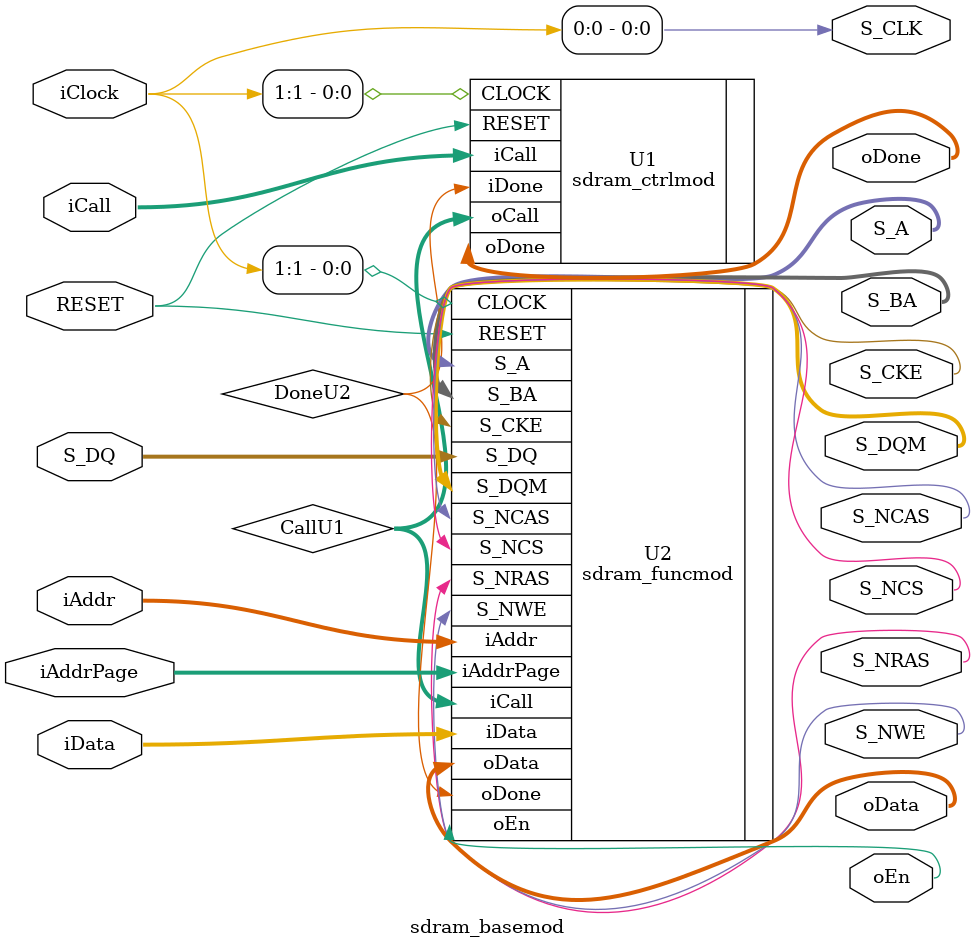
<source format=v>
module sdram_basemod
(
	 input RESET,
	 
	 output S_CLK,
	 output S_CKE, S_NCS, S_NRAS, S_NCAS, S_NWE,
	 output [1:0]S_BA,
	 output [12:0]S_A, 
	 output [1:0]S_DQM,
	 inout [15:0]S_DQ,
	 
	 input [1:0]iClock,  // Main Clock , Sdram Clock
	 input [2:0]iCall,
	 output [2:0]oDone,
	 output oEn,
	 input [23:0]iAddr,
	 input [23:0]iAddrPage,
	 input [15:0]iData,
	 output [15:0]oData
);
	 wire [4:0]CallU1; // [3]Refresh, [2]Read, [1]Write, [0]Initial

    sdram_ctrlmod U1
	 (
	     .CLOCK( iClock[1] ),
		  .RESET( RESET ),
		  .iCall( iCall ),  	 // < top ,[2]CRead [1]Write [0]Read
		  .oDone( oDone ),    // > top ,[2]CRead [1]Write [0]Read
		  .oCall( CallU1 ), 	 // > U2 
		  .iDone( DoneU2 )	 // < U2

	 );
	 
	 wire DoneU2;
	 
	 sdram_funcmod U2
	 (
	     .CLOCK( iClock[1] ),
		  .RESET( RESET ),
		  .S_CKE( S_CKE ),   		// > top
		  .S_NCS( S_NCS ),   		// > top
		  .S_NRAS( S_NRAS ), 		// > top
		  .S_NCAS( S_NCAS ), 		// > top
		  .S_NWE( S_NWE ), 			// > top
		  .S_BA( S_BA ),   			// > top
		  .S_A( S_A ),     			// > top
		  .S_DQM( S_DQM ), 			// > top
		  .S_DQ( S_DQ ),   			// <> top        
		  .iCall( CallU1 ),  	   // < U1
		  .oDone( DoneU2 ),      	// > U1
		  .oEn( oEn ),  				// > top
		  .iAddr( {iAddr} ),       // < top
		  .iAddrPage( iAddrPage ), // < top
		  .iData( iData ),       	// < top
		  .oData( oData )       	// > top

	 );
	 
	 assign S_CLK = iClock[0];
	 
endmodule

</source>
